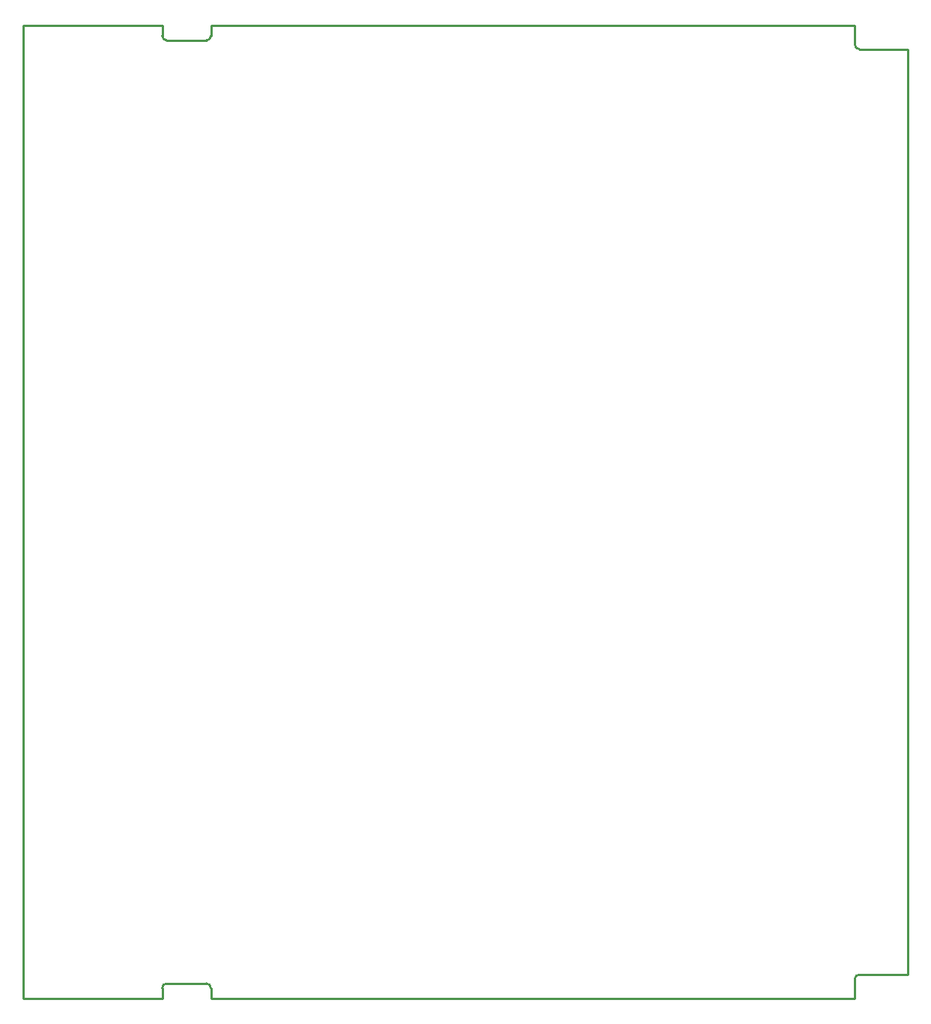
<source format=gbr>
G04*
G04 #@! TF.GenerationSoftware,Altium Limited,Altium Designer,24.2.2 (26)*
G04*
G04 Layer_Color=16711935*
%FSLAX44Y44*%
%MOMM*%
G71*
G04*
G04 #@! TF.SameCoordinates,D1F85D35-12B9-47B7-842E-F7ABDB1EEA32*
G04*
G04*
G04 #@! TF.FilePolarity,Positive*
G04*
G01*
G75*
%ADD10C,0.2540*%
D10*
X212000Y12000D02*
G03*
X207000Y17000I-5000J0D01*
G01*
X162000D02*
G03*
X157000Y12000I0J-5000D01*
G01*
Y1088000D02*
G03*
X162000Y1083000I5000J0D01*
G01*
X207000D02*
G03*
X212000Y1088000I0J5000D01*
G01*
X940000Y1078000D02*
G03*
X945000Y1073000I5000J0D01*
G01*
Y27000D02*
G03*
X940000Y22000I0J-5000D01*
G01*
X0Y0D02*
X157000D01*
X212000D02*
Y12000D01*
X157000Y0D02*
Y12000D01*
X162000Y17000D02*
X207000D01*
X0Y0D02*
Y1100000D01*
X157000D01*
Y1088000D02*
Y1100000D01*
X162000Y1083000D02*
X207000D01*
X212000Y1088000D02*
Y1100000D01*
X940000D01*
Y1078000D02*
Y1100000D01*
X945000Y1073000D02*
X1000000D01*
Y27000D02*
Y1073000D01*
X945000Y27000D02*
X1000000Y27000D01*
X940000Y0D02*
Y22000D01*
X212000Y0D02*
X940000D01*
M02*

</source>
